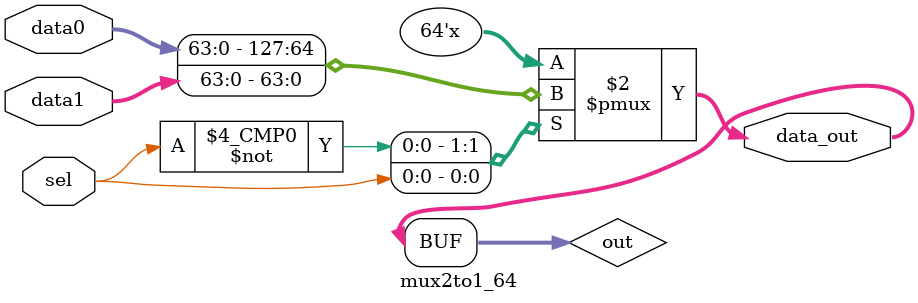
<source format=v>
`timescale 1ns / 1ps
module mux2to1_64(
		input [63:0] data0,
		input [63:0] data1,
		input sel,
		output [63:0] data_out
    );
		
		reg [63:0] out;
		assign data_out =  out;
		
		always @(*)
		begin
			case(sel)
				1'b0:out = data0;
				1'b1:out = data1;
			endcase
		end

endmodule

</source>
